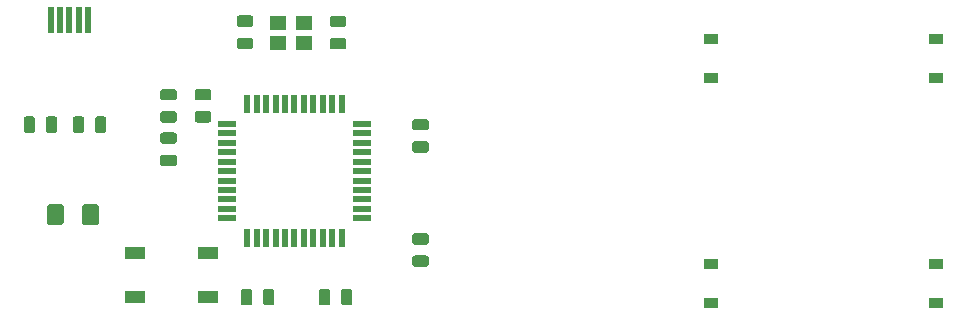
<source format=gbr>
G04 #@! TF.GenerationSoftware,KiCad,Pcbnew,5.1.5*
G04 #@! TF.CreationDate,2020-05-13T22:07:09+08:00*
G04 #@! TF.ProjectId,Balisong,42616c69-736f-46e6-972e-6b696361645f,rev?*
G04 #@! TF.SameCoordinates,Original*
G04 #@! TF.FileFunction,Paste,Bot*
G04 #@! TF.FilePolarity,Positive*
%FSLAX46Y46*%
G04 Gerber Fmt 4.6, Leading zero omitted, Abs format (unit mm)*
G04 Created by KiCad (PCBNEW 5.1.5) date 2020-05-13 22:07:09*
%MOMM*%
%LPD*%
G04 APERTURE LIST*
%ADD10R,1.400000X1.200000*%
%ADD11R,0.500000X2.250000*%
%ADD12R,0.550000X1.500000*%
%ADD13R,1.500000X0.550000*%
%ADD14R,1.800000X1.100000*%
%ADD15C,0.100000*%
%ADD16R,1.200000X0.900000*%
G04 APERTURE END LIST*
D10*
X56048000Y-60452000D03*
X53848000Y-60452000D03*
X53848000Y-62152000D03*
X56048000Y-62152000D03*
D11*
X34595000Y-60253000D03*
X35395000Y-60253000D03*
X36195000Y-60253000D03*
X36995000Y-60253000D03*
X37795000Y-60253000D03*
D12*
X51245000Y-78725000D03*
X52045000Y-78725000D03*
X52845000Y-78725000D03*
X53645000Y-78725000D03*
X54445000Y-78725000D03*
X55245000Y-78725000D03*
X56045000Y-78725000D03*
X56845000Y-78725000D03*
X57645000Y-78725000D03*
X58445000Y-78725000D03*
X59245000Y-78725000D03*
D13*
X60945000Y-77025000D03*
X60945000Y-76225000D03*
X60945000Y-75425000D03*
X60945000Y-74625000D03*
X60945000Y-73825000D03*
X60945000Y-73025000D03*
X60945000Y-72225000D03*
X60945000Y-71425000D03*
X60945000Y-70625000D03*
X60945000Y-69825000D03*
X60945000Y-69025000D03*
D12*
X59245000Y-67325000D03*
X58445000Y-67325000D03*
X57645000Y-67325000D03*
X56845000Y-67325000D03*
X56045000Y-67325000D03*
X55245000Y-67325000D03*
X54445000Y-67325000D03*
X53645000Y-67325000D03*
X52845000Y-67325000D03*
X52045000Y-67325000D03*
X51245000Y-67325000D03*
D13*
X49545000Y-69025000D03*
X49545000Y-69825000D03*
X49545000Y-70625000D03*
X49545000Y-71425000D03*
X49545000Y-72225000D03*
X49545000Y-73025000D03*
X49545000Y-73825000D03*
X49545000Y-74625000D03*
X49545000Y-75425000D03*
X49545000Y-76225000D03*
X49545000Y-77025000D03*
D14*
X47931000Y-83638000D03*
X41731000Y-79938000D03*
X47931000Y-79938000D03*
X41731000Y-83638000D03*
D15*
G36*
X47978142Y-66061674D02*
G01*
X48001803Y-66065184D01*
X48025007Y-66070996D01*
X48047529Y-66079054D01*
X48069153Y-66089282D01*
X48089670Y-66101579D01*
X48108883Y-66115829D01*
X48126607Y-66131893D01*
X48142671Y-66149617D01*
X48156921Y-66168830D01*
X48169218Y-66189347D01*
X48179446Y-66210971D01*
X48187504Y-66233493D01*
X48193316Y-66256697D01*
X48196826Y-66280358D01*
X48198000Y-66304250D01*
X48198000Y-66791750D01*
X48196826Y-66815642D01*
X48193316Y-66839303D01*
X48187504Y-66862507D01*
X48179446Y-66885029D01*
X48169218Y-66906653D01*
X48156921Y-66927170D01*
X48142671Y-66946383D01*
X48126607Y-66964107D01*
X48108883Y-66980171D01*
X48089670Y-66994421D01*
X48069153Y-67006718D01*
X48047529Y-67016946D01*
X48025007Y-67025004D01*
X48001803Y-67030816D01*
X47978142Y-67034326D01*
X47954250Y-67035500D01*
X47041750Y-67035500D01*
X47017858Y-67034326D01*
X46994197Y-67030816D01*
X46970993Y-67025004D01*
X46948471Y-67016946D01*
X46926847Y-67006718D01*
X46906330Y-66994421D01*
X46887117Y-66980171D01*
X46869393Y-66964107D01*
X46853329Y-66946383D01*
X46839079Y-66927170D01*
X46826782Y-66906653D01*
X46816554Y-66885029D01*
X46808496Y-66862507D01*
X46802684Y-66839303D01*
X46799174Y-66815642D01*
X46798000Y-66791750D01*
X46798000Y-66304250D01*
X46799174Y-66280358D01*
X46802684Y-66256697D01*
X46808496Y-66233493D01*
X46816554Y-66210971D01*
X46826782Y-66189347D01*
X46839079Y-66168830D01*
X46853329Y-66149617D01*
X46869393Y-66131893D01*
X46887117Y-66115829D01*
X46906330Y-66101579D01*
X46926847Y-66089282D01*
X46948471Y-66079054D01*
X46970993Y-66070996D01*
X46994197Y-66065184D01*
X47017858Y-66061674D01*
X47041750Y-66060500D01*
X47954250Y-66060500D01*
X47978142Y-66061674D01*
G37*
G36*
X47978142Y-67936674D02*
G01*
X48001803Y-67940184D01*
X48025007Y-67945996D01*
X48047529Y-67954054D01*
X48069153Y-67964282D01*
X48089670Y-67976579D01*
X48108883Y-67990829D01*
X48126607Y-68006893D01*
X48142671Y-68024617D01*
X48156921Y-68043830D01*
X48169218Y-68064347D01*
X48179446Y-68085971D01*
X48187504Y-68108493D01*
X48193316Y-68131697D01*
X48196826Y-68155358D01*
X48198000Y-68179250D01*
X48198000Y-68666750D01*
X48196826Y-68690642D01*
X48193316Y-68714303D01*
X48187504Y-68737507D01*
X48179446Y-68760029D01*
X48169218Y-68781653D01*
X48156921Y-68802170D01*
X48142671Y-68821383D01*
X48126607Y-68839107D01*
X48108883Y-68855171D01*
X48089670Y-68869421D01*
X48069153Y-68881718D01*
X48047529Y-68891946D01*
X48025007Y-68900004D01*
X48001803Y-68905816D01*
X47978142Y-68909326D01*
X47954250Y-68910500D01*
X47041750Y-68910500D01*
X47017858Y-68909326D01*
X46994197Y-68905816D01*
X46970993Y-68900004D01*
X46948471Y-68891946D01*
X46926847Y-68881718D01*
X46906330Y-68869421D01*
X46887117Y-68855171D01*
X46869393Y-68839107D01*
X46853329Y-68821383D01*
X46839079Y-68802170D01*
X46826782Y-68781653D01*
X46816554Y-68760029D01*
X46808496Y-68737507D01*
X46802684Y-68714303D01*
X46799174Y-68690642D01*
X46798000Y-68666750D01*
X46798000Y-68179250D01*
X46799174Y-68155358D01*
X46802684Y-68131697D01*
X46808496Y-68108493D01*
X46816554Y-68085971D01*
X46826782Y-68064347D01*
X46839079Y-68043830D01*
X46853329Y-68024617D01*
X46869393Y-68006893D01*
X46887117Y-67990829D01*
X46906330Y-67976579D01*
X46926847Y-67964282D01*
X46948471Y-67954054D01*
X46970993Y-67945996D01*
X46994197Y-67940184D01*
X47017858Y-67936674D01*
X47041750Y-67935500D01*
X47954250Y-67935500D01*
X47978142Y-67936674D01*
G37*
G36*
X37224642Y-68389174D02*
G01*
X37248303Y-68392684D01*
X37271507Y-68398496D01*
X37294029Y-68406554D01*
X37315653Y-68416782D01*
X37336170Y-68429079D01*
X37355383Y-68443329D01*
X37373107Y-68459393D01*
X37389171Y-68477117D01*
X37403421Y-68496330D01*
X37415718Y-68516847D01*
X37425946Y-68538471D01*
X37434004Y-68560993D01*
X37439816Y-68584197D01*
X37443326Y-68607858D01*
X37444500Y-68631750D01*
X37444500Y-69544250D01*
X37443326Y-69568142D01*
X37439816Y-69591803D01*
X37434004Y-69615007D01*
X37425946Y-69637529D01*
X37415718Y-69659153D01*
X37403421Y-69679670D01*
X37389171Y-69698883D01*
X37373107Y-69716607D01*
X37355383Y-69732671D01*
X37336170Y-69746921D01*
X37315653Y-69759218D01*
X37294029Y-69769446D01*
X37271507Y-69777504D01*
X37248303Y-69783316D01*
X37224642Y-69786826D01*
X37200750Y-69788000D01*
X36713250Y-69788000D01*
X36689358Y-69786826D01*
X36665697Y-69783316D01*
X36642493Y-69777504D01*
X36619971Y-69769446D01*
X36598347Y-69759218D01*
X36577830Y-69746921D01*
X36558617Y-69732671D01*
X36540893Y-69716607D01*
X36524829Y-69698883D01*
X36510579Y-69679670D01*
X36498282Y-69659153D01*
X36488054Y-69637529D01*
X36479996Y-69615007D01*
X36474184Y-69591803D01*
X36470674Y-69568142D01*
X36469500Y-69544250D01*
X36469500Y-68631750D01*
X36470674Y-68607858D01*
X36474184Y-68584197D01*
X36479996Y-68560993D01*
X36488054Y-68538471D01*
X36498282Y-68516847D01*
X36510579Y-68496330D01*
X36524829Y-68477117D01*
X36540893Y-68459393D01*
X36558617Y-68443329D01*
X36577830Y-68429079D01*
X36598347Y-68416782D01*
X36619971Y-68406554D01*
X36642493Y-68398496D01*
X36665697Y-68392684D01*
X36689358Y-68389174D01*
X36713250Y-68388000D01*
X37200750Y-68388000D01*
X37224642Y-68389174D01*
G37*
G36*
X39099642Y-68389174D02*
G01*
X39123303Y-68392684D01*
X39146507Y-68398496D01*
X39169029Y-68406554D01*
X39190653Y-68416782D01*
X39211170Y-68429079D01*
X39230383Y-68443329D01*
X39248107Y-68459393D01*
X39264171Y-68477117D01*
X39278421Y-68496330D01*
X39290718Y-68516847D01*
X39300946Y-68538471D01*
X39309004Y-68560993D01*
X39314816Y-68584197D01*
X39318326Y-68607858D01*
X39319500Y-68631750D01*
X39319500Y-69544250D01*
X39318326Y-69568142D01*
X39314816Y-69591803D01*
X39309004Y-69615007D01*
X39300946Y-69637529D01*
X39290718Y-69659153D01*
X39278421Y-69679670D01*
X39264171Y-69698883D01*
X39248107Y-69716607D01*
X39230383Y-69732671D01*
X39211170Y-69746921D01*
X39190653Y-69759218D01*
X39169029Y-69769446D01*
X39146507Y-69777504D01*
X39123303Y-69783316D01*
X39099642Y-69786826D01*
X39075750Y-69788000D01*
X38588250Y-69788000D01*
X38564358Y-69786826D01*
X38540697Y-69783316D01*
X38517493Y-69777504D01*
X38494971Y-69769446D01*
X38473347Y-69759218D01*
X38452830Y-69746921D01*
X38433617Y-69732671D01*
X38415893Y-69716607D01*
X38399829Y-69698883D01*
X38385579Y-69679670D01*
X38373282Y-69659153D01*
X38363054Y-69637529D01*
X38354996Y-69615007D01*
X38349184Y-69591803D01*
X38345674Y-69568142D01*
X38344500Y-69544250D01*
X38344500Y-68631750D01*
X38345674Y-68607858D01*
X38349184Y-68584197D01*
X38354996Y-68560993D01*
X38363054Y-68538471D01*
X38373282Y-68516847D01*
X38385579Y-68496330D01*
X38399829Y-68477117D01*
X38415893Y-68459393D01*
X38433617Y-68443329D01*
X38452830Y-68429079D01*
X38473347Y-68416782D01*
X38494971Y-68406554D01*
X38517493Y-68398496D01*
X38540697Y-68392684D01*
X38564358Y-68389174D01*
X38588250Y-68388000D01*
X39075750Y-68388000D01*
X39099642Y-68389174D01*
G37*
G36*
X34938642Y-68389174D02*
G01*
X34962303Y-68392684D01*
X34985507Y-68398496D01*
X35008029Y-68406554D01*
X35029653Y-68416782D01*
X35050170Y-68429079D01*
X35069383Y-68443329D01*
X35087107Y-68459393D01*
X35103171Y-68477117D01*
X35117421Y-68496330D01*
X35129718Y-68516847D01*
X35139946Y-68538471D01*
X35148004Y-68560993D01*
X35153816Y-68584197D01*
X35157326Y-68607858D01*
X35158500Y-68631750D01*
X35158500Y-69544250D01*
X35157326Y-69568142D01*
X35153816Y-69591803D01*
X35148004Y-69615007D01*
X35139946Y-69637529D01*
X35129718Y-69659153D01*
X35117421Y-69679670D01*
X35103171Y-69698883D01*
X35087107Y-69716607D01*
X35069383Y-69732671D01*
X35050170Y-69746921D01*
X35029653Y-69759218D01*
X35008029Y-69769446D01*
X34985507Y-69777504D01*
X34962303Y-69783316D01*
X34938642Y-69786826D01*
X34914750Y-69788000D01*
X34427250Y-69788000D01*
X34403358Y-69786826D01*
X34379697Y-69783316D01*
X34356493Y-69777504D01*
X34333971Y-69769446D01*
X34312347Y-69759218D01*
X34291830Y-69746921D01*
X34272617Y-69732671D01*
X34254893Y-69716607D01*
X34238829Y-69698883D01*
X34224579Y-69679670D01*
X34212282Y-69659153D01*
X34202054Y-69637529D01*
X34193996Y-69615007D01*
X34188184Y-69591803D01*
X34184674Y-69568142D01*
X34183500Y-69544250D01*
X34183500Y-68631750D01*
X34184674Y-68607858D01*
X34188184Y-68584197D01*
X34193996Y-68560993D01*
X34202054Y-68538471D01*
X34212282Y-68516847D01*
X34224579Y-68496330D01*
X34238829Y-68477117D01*
X34254893Y-68459393D01*
X34272617Y-68443329D01*
X34291830Y-68429079D01*
X34312347Y-68416782D01*
X34333971Y-68406554D01*
X34356493Y-68398496D01*
X34379697Y-68392684D01*
X34403358Y-68389174D01*
X34427250Y-68388000D01*
X34914750Y-68388000D01*
X34938642Y-68389174D01*
G37*
G36*
X33063642Y-68389174D02*
G01*
X33087303Y-68392684D01*
X33110507Y-68398496D01*
X33133029Y-68406554D01*
X33154653Y-68416782D01*
X33175170Y-68429079D01*
X33194383Y-68443329D01*
X33212107Y-68459393D01*
X33228171Y-68477117D01*
X33242421Y-68496330D01*
X33254718Y-68516847D01*
X33264946Y-68538471D01*
X33273004Y-68560993D01*
X33278816Y-68584197D01*
X33282326Y-68607858D01*
X33283500Y-68631750D01*
X33283500Y-69544250D01*
X33282326Y-69568142D01*
X33278816Y-69591803D01*
X33273004Y-69615007D01*
X33264946Y-69637529D01*
X33254718Y-69659153D01*
X33242421Y-69679670D01*
X33228171Y-69698883D01*
X33212107Y-69716607D01*
X33194383Y-69732671D01*
X33175170Y-69746921D01*
X33154653Y-69759218D01*
X33133029Y-69769446D01*
X33110507Y-69777504D01*
X33087303Y-69783316D01*
X33063642Y-69786826D01*
X33039750Y-69788000D01*
X32552250Y-69788000D01*
X32528358Y-69786826D01*
X32504697Y-69783316D01*
X32481493Y-69777504D01*
X32458971Y-69769446D01*
X32437347Y-69759218D01*
X32416830Y-69746921D01*
X32397617Y-69732671D01*
X32379893Y-69716607D01*
X32363829Y-69698883D01*
X32349579Y-69679670D01*
X32337282Y-69659153D01*
X32327054Y-69637529D01*
X32318996Y-69615007D01*
X32313184Y-69591803D01*
X32309674Y-69568142D01*
X32308500Y-69544250D01*
X32308500Y-68631750D01*
X32309674Y-68607858D01*
X32313184Y-68584197D01*
X32318996Y-68560993D01*
X32327054Y-68538471D01*
X32337282Y-68516847D01*
X32349579Y-68496330D01*
X32363829Y-68477117D01*
X32379893Y-68459393D01*
X32397617Y-68443329D01*
X32416830Y-68429079D01*
X32437347Y-68416782D01*
X32458971Y-68406554D01*
X32481493Y-68398496D01*
X32504697Y-68392684D01*
X32528358Y-68389174D01*
X32552250Y-68388000D01*
X33039750Y-68388000D01*
X33063642Y-68389174D01*
G37*
G36*
X66393142Y-80158674D02*
G01*
X66416803Y-80162184D01*
X66440007Y-80167996D01*
X66462529Y-80176054D01*
X66484153Y-80186282D01*
X66504670Y-80198579D01*
X66523883Y-80212829D01*
X66541607Y-80228893D01*
X66557671Y-80246617D01*
X66571921Y-80265830D01*
X66584218Y-80286347D01*
X66594446Y-80307971D01*
X66602504Y-80330493D01*
X66608316Y-80353697D01*
X66611826Y-80377358D01*
X66613000Y-80401250D01*
X66613000Y-80888750D01*
X66611826Y-80912642D01*
X66608316Y-80936303D01*
X66602504Y-80959507D01*
X66594446Y-80982029D01*
X66584218Y-81003653D01*
X66571921Y-81024170D01*
X66557671Y-81043383D01*
X66541607Y-81061107D01*
X66523883Y-81077171D01*
X66504670Y-81091421D01*
X66484153Y-81103718D01*
X66462529Y-81113946D01*
X66440007Y-81122004D01*
X66416803Y-81127816D01*
X66393142Y-81131326D01*
X66369250Y-81132500D01*
X65456750Y-81132500D01*
X65432858Y-81131326D01*
X65409197Y-81127816D01*
X65385993Y-81122004D01*
X65363471Y-81113946D01*
X65341847Y-81103718D01*
X65321330Y-81091421D01*
X65302117Y-81077171D01*
X65284393Y-81061107D01*
X65268329Y-81043383D01*
X65254079Y-81024170D01*
X65241782Y-81003653D01*
X65231554Y-80982029D01*
X65223496Y-80959507D01*
X65217684Y-80936303D01*
X65214174Y-80912642D01*
X65213000Y-80888750D01*
X65213000Y-80401250D01*
X65214174Y-80377358D01*
X65217684Y-80353697D01*
X65223496Y-80330493D01*
X65231554Y-80307971D01*
X65241782Y-80286347D01*
X65254079Y-80265830D01*
X65268329Y-80246617D01*
X65284393Y-80228893D01*
X65302117Y-80212829D01*
X65321330Y-80198579D01*
X65341847Y-80186282D01*
X65363471Y-80176054D01*
X65385993Y-80167996D01*
X65409197Y-80162184D01*
X65432858Y-80158674D01*
X65456750Y-80157500D01*
X66369250Y-80157500D01*
X66393142Y-80158674D01*
G37*
G36*
X66393142Y-78283674D02*
G01*
X66416803Y-78287184D01*
X66440007Y-78292996D01*
X66462529Y-78301054D01*
X66484153Y-78311282D01*
X66504670Y-78323579D01*
X66523883Y-78337829D01*
X66541607Y-78353893D01*
X66557671Y-78371617D01*
X66571921Y-78390830D01*
X66584218Y-78411347D01*
X66594446Y-78432971D01*
X66602504Y-78455493D01*
X66608316Y-78478697D01*
X66611826Y-78502358D01*
X66613000Y-78526250D01*
X66613000Y-79013750D01*
X66611826Y-79037642D01*
X66608316Y-79061303D01*
X66602504Y-79084507D01*
X66594446Y-79107029D01*
X66584218Y-79128653D01*
X66571921Y-79149170D01*
X66557671Y-79168383D01*
X66541607Y-79186107D01*
X66523883Y-79202171D01*
X66504670Y-79216421D01*
X66484153Y-79228718D01*
X66462529Y-79238946D01*
X66440007Y-79247004D01*
X66416803Y-79252816D01*
X66393142Y-79256326D01*
X66369250Y-79257500D01*
X65456750Y-79257500D01*
X65432858Y-79256326D01*
X65409197Y-79252816D01*
X65385993Y-79247004D01*
X65363471Y-79238946D01*
X65341847Y-79228718D01*
X65321330Y-79216421D01*
X65302117Y-79202171D01*
X65284393Y-79186107D01*
X65268329Y-79168383D01*
X65254079Y-79149170D01*
X65241782Y-79128653D01*
X65231554Y-79107029D01*
X65223496Y-79084507D01*
X65217684Y-79061303D01*
X65214174Y-79037642D01*
X65213000Y-79013750D01*
X65213000Y-78526250D01*
X65214174Y-78502358D01*
X65217684Y-78478697D01*
X65223496Y-78455493D01*
X65231554Y-78432971D01*
X65241782Y-78411347D01*
X65254079Y-78390830D01*
X65268329Y-78371617D01*
X65284393Y-78353893D01*
X65302117Y-78337829D01*
X65321330Y-78323579D01*
X65341847Y-78311282D01*
X65363471Y-78301054D01*
X65385993Y-78292996D01*
X65409197Y-78287184D01*
X65432858Y-78283674D01*
X65456750Y-78282500D01*
X66369250Y-78282500D01*
X66393142Y-78283674D01*
G37*
G36*
X38460004Y-75834204D02*
G01*
X38484273Y-75837804D01*
X38508071Y-75843765D01*
X38531171Y-75852030D01*
X38553349Y-75862520D01*
X38574393Y-75875133D01*
X38594098Y-75889747D01*
X38612277Y-75906223D01*
X38628753Y-75924402D01*
X38643367Y-75944107D01*
X38655980Y-75965151D01*
X38666470Y-75987329D01*
X38674735Y-76010429D01*
X38680696Y-76034227D01*
X38684296Y-76058496D01*
X38685500Y-76083000D01*
X38685500Y-77333000D01*
X38684296Y-77357504D01*
X38680696Y-77381773D01*
X38674735Y-77405571D01*
X38666470Y-77428671D01*
X38655980Y-77450849D01*
X38643367Y-77471893D01*
X38628753Y-77491598D01*
X38612277Y-77509777D01*
X38594098Y-77526253D01*
X38574393Y-77540867D01*
X38553349Y-77553480D01*
X38531171Y-77563970D01*
X38508071Y-77572235D01*
X38484273Y-77578196D01*
X38460004Y-77581796D01*
X38435500Y-77583000D01*
X37510500Y-77583000D01*
X37485996Y-77581796D01*
X37461727Y-77578196D01*
X37437929Y-77572235D01*
X37414829Y-77563970D01*
X37392651Y-77553480D01*
X37371607Y-77540867D01*
X37351902Y-77526253D01*
X37333723Y-77509777D01*
X37317247Y-77491598D01*
X37302633Y-77471893D01*
X37290020Y-77450849D01*
X37279530Y-77428671D01*
X37271265Y-77405571D01*
X37265304Y-77381773D01*
X37261704Y-77357504D01*
X37260500Y-77333000D01*
X37260500Y-76083000D01*
X37261704Y-76058496D01*
X37265304Y-76034227D01*
X37271265Y-76010429D01*
X37279530Y-75987329D01*
X37290020Y-75965151D01*
X37302633Y-75944107D01*
X37317247Y-75924402D01*
X37333723Y-75906223D01*
X37351902Y-75889747D01*
X37371607Y-75875133D01*
X37392651Y-75862520D01*
X37414829Y-75852030D01*
X37437929Y-75843765D01*
X37461727Y-75837804D01*
X37485996Y-75834204D01*
X37510500Y-75833000D01*
X38435500Y-75833000D01*
X38460004Y-75834204D01*
G37*
G36*
X35485004Y-75834204D02*
G01*
X35509273Y-75837804D01*
X35533071Y-75843765D01*
X35556171Y-75852030D01*
X35578349Y-75862520D01*
X35599393Y-75875133D01*
X35619098Y-75889747D01*
X35637277Y-75906223D01*
X35653753Y-75924402D01*
X35668367Y-75944107D01*
X35680980Y-75965151D01*
X35691470Y-75987329D01*
X35699735Y-76010429D01*
X35705696Y-76034227D01*
X35709296Y-76058496D01*
X35710500Y-76083000D01*
X35710500Y-77333000D01*
X35709296Y-77357504D01*
X35705696Y-77381773D01*
X35699735Y-77405571D01*
X35691470Y-77428671D01*
X35680980Y-77450849D01*
X35668367Y-77471893D01*
X35653753Y-77491598D01*
X35637277Y-77509777D01*
X35619098Y-77526253D01*
X35599393Y-77540867D01*
X35578349Y-77553480D01*
X35556171Y-77563970D01*
X35533071Y-77572235D01*
X35509273Y-77578196D01*
X35485004Y-77581796D01*
X35460500Y-77583000D01*
X34535500Y-77583000D01*
X34510996Y-77581796D01*
X34486727Y-77578196D01*
X34462929Y-77572235D01*
X34439829Y-77563970D01*
X34417651Y-77553480D01*
X34396607Y-77540867D01*
X34376902Y-77526253D01*
X34358723Y-77509777D01*
X34342247Y-77491598D01*
X34327633Y-77471893D01*
X34315020Y-77450849D01*
X34304530Y-77428671D01*
X34296265Y-77405571D01*
X34290304Y-77381773D01*
X34286704Y-77357504D01*
X34285500Y-77333000D01*
X34285500Y-76083000D01*
X34286704Y-76058496D01*
X34290304Y-76034227D01*
X34296265Y-76010429D01*
X34304530Y-75987329D01*
X34315020Y-75965151D01*
X34327633Y-75944107D01*
X34342247Y-75924402D01*
X34358723Y-75906223D01*
X34376902Y-75889747D01*
X34396607Y-75875133D01*
X34417651Y-75862520D01*
X34439829Y-75852030D01*
X34462929Y-75843765D01*
X34486727Y-75837804D01*
X34510996Y-75834204D01*
X34535500Y-75833000D01*
X35460500Y-75833000D01*
X35485004Y-75834204D01*
G37*
D16*
X109537500Y-80900000D03*
X109537500Y-84200000D03*
X109537500Y-61850000D03*
X109537500Y-65150000D03*
X90487500Y-80900000D03*
X90487500Y-84200000D03*
X90487500Y-61850000D03*
X90487500Y-65150000D03*
D15*
G36*
X45057142Y-67936674D02*
G01*
X45080803Y-67940184D01*
X45104007Y-67945996D01*
X45126529Y-67954054D01*
X45148153Y-67964282D01*
X45168670Y-67976579D01*
X45187883Y-67990829D01*
X45205607Y-68006893D01*
X45221671Y-68024617D01*
X45235921Y-68043830D01*
X45248218Y-68064347D01*
X45258446Y-68085971D01*
X45266504Y-68108493D01*
X45272316Y-68131697D01*
X45275826Y-68155358D01*
X45277000Y-68179250D01*
X45277000Y-68666750D01*
X45275826Y-68690642D01*
X45272316Y-68714303D01*
X45266504Y-68737507D01*
X45258446Y-68760029D01*
X45248218Y-68781653D01*
X45235921Y-68802170D01*
X45221671Y-68821383D01*
X45205607Y-68839107D01*
X45187883Y-68855171D01*
X45168670Y-68869421D01*
X45148153Y-68881718D01*
X45126529Y-68891946D01*
X45104007Y-68900004D01*
X45080803Y-68905816D01*
X45057142Y-68909326D01*
X45033250Y-68910500D01*
X44120750Y-68910500D01*
X44096858Y-68909326D01*
X44073197Y-68905816D01*
X44049993Y-68900004D01*
X44027471Y-68891946D01*
X44005847Y-68881718D01*
X43985330Y-68869421D01*
X43966117Y-68855171D01*
X43948393Y-68839107D01*
X43932329Y-68821383D01*
X43918079Y-68802170D01*
X43905782Y-68781653D01*
X43895554Y-68760029D01*
X43887496Y-68737507D01*
X43881684Y-68714303D01*
X43878174Y-68690642D01*
X43877000Y-68666750D01*
X43877000Y-68179250D01*
X43878174Y-68155358D01*
X43881684Y-68131697D01*
X43887496Y-68108493D01*
X43895554Y-68085971D01*
X43905782Y-68064347D01*
X43918079Y-68043830D01*
X43932329Y-68024617D01*
X43948393Y-68006893D01*
X43966117Y-67990829D01*
X43985330Y-67976579D01*
X44005847Y-67964282D01*
X44027471Y-67954054D01*
X44049993Y-67945996D01*
X44073197Y-67940184D01*
X44096858Y-67936674D01*
X44120750Y-67935500D01*
X45033250Y-67935500D01*
X45057142Y-67936674D01*
G37*
G36*
X45057142Y-66061674D02*
G01*
X45080803Y-66065184D01*
X45104007Y-66070996D01*
X45126529Y-66079054D01*
X45148153Y-66089282D01*
X45168670Y-66101579D01*
X45187883Y-66115829D01*
X45205607Y-66131893D01*
X45221671Y-66149617D01*
X45235921Y-66168830D01*
X45248218Y-66189347D01*
X45258446Y-66210971D01*
X45266504Y-66233493D01*
X45272316Y-66256697D01*
X45275826Y-66280358D01*
X45277000Y-66304250D01*
X45277000Y-66791750D01*
X45275826Y-66815642D01*
X45272316Y-66839303D01*
X45266504Y-66862507D01*
X45258446Y-66885029D01*
X45248218Y-66906653D01*
X45235921Y-66927170D01*
X45221671Y-66946383D01*
X45205607Y-66964107D01*
X45187883Y-66980171D01*
X45168670Y-66994421D01*
X45148153Y-67006718D01*
X45126529Y-67016946D01*
X45104007Y-67025004D01*
X45080803Y-67030816D01*
X45057142Y-67034326D01*
X45033250Y-67035500D01*
X44120750Y-67035500D01*
X44096858Y-67034326D01*
X44073197Y-67030816D01*
X44049993Y-67025004D01*
X44027471Y-67016946D01*
X44005847Y-67006718D01*
X43985330Y-66994421D01*
X43966117Y-66980171D01*
X43948393Y-66964107D01*
X43932329Y-66946383D01*
X43918079Y-66927170D01*
X43905782Y-66906653D01*
X43895554Y-66885029D01*
X43887496Y-66862507D01*
X43881684Y-66839303D01*
X43878174Y-66815642D01*
X43877000Y-66791750D01*
X43877000Y-66304250D01*
X43878174Y-66280358D01*
X43881684Y-66256697D01*
X43887496Y-66233493D01*
X43895554Y-66210971D01*
X43905782Y-66189347D01*
X43918079Y-66168830D01*
X43932329Y-66149617D01*
X43948393Y-66131893D01*
X43966117Y-66115829D01*
X43985330Y-66101579D01*
X44005847Y-66089282D01*
X44027471Y-66079054D01*
X44049993Y-66070996D01*
X44073197Y-66065184D01*
X44096858Y-66061674D01*
X44120750Y-66060500D01*
X45033250Y-66060500D01*
X45057142Y-66061674D01*
G37*
G36*
X53323642Y-82994174D02*
G01*
X53347303Y-82997684D01*
X53370507Y-83003496D01*
X53393029Y-83011554D01*
X53414653Y-83021782D01*
X53435170Y-83034079D01*
X53454383Y-83048329D01*
X53472107Y-83064393D01*
X53488171Y-83082117D01*
X53502421Y-83101330D01*
X53514718Y-83121847D01*
X53524946Y-83143471D01*
X53533004Y-83165993D01*
X53538816Y-83189197D01*
X53542326Y-83212858D01*
X53543500Y-83236750D01*
X53543500Y-84149250D01*
X53542326Y-84173142D01*
X53538816Y-84196803D01*
X53533004Y-84220007D01*
X53524946Y-84242529D01*
X53514718Y-84264153D01*
X53502421Y-84284670D01*
X53488171Y-84303883D01*
X53472107Y-84321607D01*
X53454383Y-84337671D01*
X53435170Y-84351921D01*
X53414653Y-84364218D01*
X53393029Y-84374446D01*
X53370507Y-84382504D01*
X53347303Y-84388316D01*
X53323642Y-84391826D01*
X53299750Y-84393000D01*
X52812250Y-84393000D01*
X52788358Y-84391826D01*
X52764697Y-84388316D01*
X52741493Y-84382504D01*
X52718971Y-84374446D01*
X52697347Y-84364218D01*
X52676830Y-84351921D01*
X52657617Y-84337671D01*
X52639893Y-84321607D01*
X52623829Y-84303883D01*
X52609579Y-84284670D01*
X52597282Y-84264153D01*
X52587054Y-84242529D01*
X52578996Y-84220007D01*
X52573184Y-84196803D01*
X52569674Y-84173142D01*
X52568500Y-84149250D01*
X52568500Y-83236750D01*
X52569674Y-83212858D01*
X52573184Y-83189197D01*
X52578996Y-83165993D01*
X52587054Y-83143471D01*
X52597282Y-83121847D01*
X52609579Y-83101330D01*
X52623829Y-83082117D01*
X52639893Y-83064393D01*
X52657617Y-83048329D01*
X52676830Y-83034079D01*
X52697347Y-83021782D01*
X52718971Y-83011554D01*
X52741493Y-83003496D01*
X52764697Y-82997684D01*
X52788358Y-82994174D01*
X52812250Y-82993000D01*
X53299750Y-82993000D01*
X53323642Y-82994174D01*
G37*
G36*
X51448642Y-82994174D02*
G01*
X51472303Y-82997684D01*
X51495507Y-83003496D01*
X51518029Y-83011554D01*
X51539653Y-83021782D01*
X51560170Y-83034079D01*
X51579383Y-83048329D01*
X51597107Y-83064393D01*
X51613171Y-83082117D01*
X51627421Y-83101330D01*
X51639718Y-83121847D01*
X51649946Y-83143471D01*
X51658004Y-83165993D01*
X51663816Y-83189197D01*
X51667326Y-83212858D01*
X51668500Y-83236750D01*
X51668500Y-84149250D01*
X51667326Y-84173142D01*
X51663816Y-84196803D01*
X51658004Y-84220007D01*
X51649946Y-84242529D01*
X51639718Y-84264153D01*
X51627421Y-84284670D01*
X51613171Y-84303883D01*
X51597107Y-84321607D01*
X51579383Y-84337671D01*
X51560170Y-84351921D01*
X51539653Y-84364218D01*
X51518029Y-84374446D01*
X51495507Y-84382504D01*
X51472303Y-84388316D01*
X51448642Y-84391826D01*
X51424750Y-84393000D01*
X50937250Y-84393000D01*
X50913358Y-84391826D01*
X50889697Y-84388316D01*
X50866493Y-84382504D01*
X50843971Y-84374446D01*
X50822347Y-84364218D01*
X50801830Y-84351921D01*
X50782617Y-84337671D01*
X50764893Y-84321607D01*
X50748829Y-84303883D01*
X50734579Y-84284670D01*
X50722282Y-84264153D01*
X50712054Y-84242529D01*
X50703996Y-84220007D01*
X50698184Y-84196803D01*
X50694674Y-84173142D01*
X50693500Y-84149250D01*
X50693500Y-83236750D01*
X50694674Y-83212858D01*
X50698184Y-83189197D01*
X50703996Y-83165993D01*
X50712054Y-83143471D01*
X50722282Y-83121847D01*
X50734579Y-83101330D01*
X50748829Y-83082117D01*
X50764893Y-83064393D01*
X50782617Y-83048329D01*
X50801830Y-83034079D01*
X50822347Y-83021782D01*
X50843971Y-83011554D01*
X50866493Y-83003496D01*
X50889697Y-82997684D01*
X50913358Y-82994174D01*
X50937250Y-82993000D01*
X51424750Y-82993000D01*
X51448642Y-82994174D01*
G37*
G36*
X51534142Y-59838674D02*
G01*
X51557803Y-59842184D01*
X51581007Y-59847996D01*
X51603529Y-59856054D01*
X51625153Y-59866282D01*
X51645670Y-59878579D01*
X51664883Y-59892829D01*
X51682607Y-59908893D01*
X51698671Y-59926617D01*
X51712921Y-59945830D01*
X51725218Y-59966347D01*
X51735446Y-59987971D01*
X51743504Y-60010493D01*
X51749316Y-60033697D01*
X51752826Y-60057358D01*
X51754000Y-60081250D01*
X51754000Y-60568750D01*
X51752826Y-60592642D01*
X51749316Y-60616303D01*
X51743504Y-60639507D01*
X51735446Y-60662029D01*
X51725218Y-60683653D01*
X51712921Y-60704170D01*
X51698671Y-60723383D01*
X51682607Y-60741107D01*
X51664883Y-60757171D01*
X51645670Y-60771421D01*
X51625153Y-60783718D01*
X51603529Y-60793946D01*
X51581007Y-60802004D01*
X51557803Y-60807816D01*
X51534142Y-60811326D01*
X51510250Y-60812500D01*
X50597750Y-60812500D01*
X50573858Y-60811326D01*
X50550197Y-60807816D01*
X50526993Y-60802004D01*
X50504471Y-60793946D01*
X50482847Y-60783718D01*
X50462330Y-60771421D01*
X50443117Y-60757171D01*
X50425393Y-60741107D01*
X50409329Y-60723383D01*
X50395079Y-60704170D01*
X50382782Y-60683653D01*
X50372554Y-60662029D01*
X50364496Y-60639507D01*
X50358684Y-60616303D01*
X50355174Y-60592642D01*
X50354000Y-60568750D01*
X50354000Y-60081250D01*
X50355174Y-60057358D01*
X50358684Y-60033697D01*
X50364496Y-60010493D01*
X50372554Y-59987971D01*
X50382782Y-59966347D01*
X50395079Y-59945830D01*
X50409329Y-59926617D01*
X50425393Y-59908893D01*
X50443117Y-59892829D01*
X50462330Y-59878579D01*
X50482847Y-59866282D01*
X50504471Y-59856054D01*
X50526993Y-59847996D01*
X50550197Y-59842184D01*
X50573858Y-59838674D01*
X50597750Y-59837500D01*
X51510250Y-59837500D01*
X51534142Y-59838674D01*
G37*
G36*
X51534142Y-61713674D02*
G01*
X51557803Y-61717184D01*
X51581007Y-61722996D01*
X51603529Y-61731054D01*
X51625153Y-61741282D01*
X51645670Y-61753579D01*
X51664883Y-61767829D01*
X51682607Y-61783893D01*
X51698671Y-61801617D01*
X51712921Y-61820830D01*
X51725218Y-61841347D01*
X51735446Y-61862971D01*
X51743504Y-61885493D01*
X51749316Y-61908697D01*
X51752826Y-61932358D01*
X51754000Y-61956250D01*
X51754000Y-62443750D01*
X51752826Y-62467642D01*
X51749316Y-62491303D01*
X51743504Y-62514507D01*
X51735446Y-62537029D01*
X51725218Y-62558653D01*
X51712921Y-62579170D01*
X51698671Y-62598383D01*
X51682607Y-62616107D01*
X51664883Y-62632171D01*
X51645670Y-62646421D01*
X51625153Y-62658718D01*
X51603529Y-62668946D01*
X51581007Y-62677004D01*
X51557803Y-62682816D01*
X51534142Y-62686326D01*
X51510250Y-62687500D01*
X50597750Y-62687500D01*
X50573858Y-62686326D01*
X50550197Y-62682816D01*
X50526993Y-62677004D01*
X50504471Y-62668946D01*
X50482847Y-62658718D01*
X50462330Y-62646421D01*
X50443117Y-62632171D01*
X50425393Y-62616107D01*
X50409329Y-62598383D01*
X50395079Y-62579170D01*
X50382782Y-62558653D01*
X50372554Y-62537029D01*
X50364496Y-62514507D01*
X50358684Y-62491303D01*
X50355174Y-62467642D01*
X50354000Y-62443750D01*
X50354000Y-61956250D01*
X50355174Y-61932358D01*
X50358684Y-61908697D01*
X50364496Y-61885493D01*
X50372554Y-61862971D01*
X50382782Y-61841347D01*
X50395079Y-61820830D01*
X50409329Y-61801617D01*
X50425393Y-61783893D01*
X50443117Y-61767829D01*
X50462330Y-61753579D01*
X50482847Y-61741282D01*
X50504471Y-61731054D01*
X50526993Y-61722996D01*
X50550197Y-61717184D01*
X50573858Y-61713674D01*
X50597750Y-61712500D01*
X51510250Y-61712500D01*
X51534142Y-61713674D01*
G37*
G36*
X59408142Y-61743674D02*
G01*
X59431803Y-61747184D01*
X59455007Y-61752996D01*
X59477529Y-61761054D01*
X59499153Y-61771282D01*
X59519670Y-61783579D01*
X59538883Y-61797829D01*
X59556607Y-61813893D01*
X59572671Y-61831617D01*
X59586921Y-61850830D01*
X59599218Y-61871347D01*
X59609446Y-61892971D01*
X59617504Y-61915493D01*
X59623316Y-61938697D01*
X59626826Y-61962358D01*
X59628000Y-61986250D01*
X59628000Y-62473750D01*
X59626826Y-62497642D01*
X59623316Y-62521303D01*
X59617504Y-62544507D01*
X59609446Y-62567029D01*
X59599218Y-62588653D01*
X59586921Y-62609170D01*
X59572671Y-62628383D01*
X59556607Y-62646107D01*
X59538883Y-62662171D01*
X59519670Y-62676421D01*
X59499153Y-62688718D01*
X59477529Y-62698946D01*
X59455007Y-62707004D01*
X59431803Y-62712816D01*
X59408142Y-62716326D01*
X59384250Y-62717500D01*
X58471750Y-62717500D01*
X58447858Y-62716326D01*
X58424197Y-62712816D01*
X58400993Y-62707004D01*
X58378471Y-62698946D01*
X58356847Y-62688718D01*
X58336330Y-62676421D01*
X58317117Y-62662171D01*
X58299393Y-62646107D01*
X58283329Y-62628383D01*
X58269079Y-62609170D01*
X58256782Y-62588653D01*
X58246554Y-62567029D01*
X58238496Y-62544507D01*
X58232684Y-62521303D01*
X58229174Y-62497642D01*
X58228000Y-62473750D01*
X58228000Y-61986250D01*
X58229174Y-61962358D01*
X58232684Y-61938697D01*
X58238496Y-61915493D01*
X58246554Y-61892971D01*
X58256782Y-61871347D01*
X58269079Y-61850830D01*
X58283329Y-61831617D01*
X58299393Y-61813893D01*
X58317117Y-61797829D01*
X58336330Y-61783579D01*
X58356847Y-61771282D01*
X58378471Y-61761054D01*
X58400993Y-61752996D01*
X58424197Y-61747184D01*
X58447858Y-61743674D01*
X58471750Y-61742500D01*
X59384250Y-61742500D01*
X59408142Y-61743674D01*
G37*
G36*
X59408142Y-59868674D02*
G01*
X59431803Y-59872184D01*
X59455007Y-59877996D01*
X59477529Y-59886054D01*
X59499153Y-59896282D01*
X59519670Y-59908579D01*
X59538883Y-59922829D01*
X59556607Y-59938893D01*
X59572671Y-59956617D01*
X59586921Y-59975830D01*
X59599218Y-59996347D01*
X59609446Y-60017971D01*
X59617504Y-60040493D01*
X59623316Y-60063697D01*
X59626826Y-60087358D01*
X59628000Y-60111250D01*
X59628000Y-60598750D01*
X59626826Y-60622642D01*
X59623316Y-60646303D01*
X59617504Y-60669507D01*
X59609446Y-60692029D01*
X59599218Y-60713653D01*
X59586921Y-60734170D01*
X59572671Y-60753383D01*
X59556607Y-60771107D01*
X59538883Y-60787171D01*
X59519670Y-60801421D01*
X59499153Y-60813718D01*
X59477529Y-60823946D01*
X59455007Y-60832004D01*
X59431803Y-60837816D01*
X59408142Y-60841326D01*
X59384250Y-60842500D01*
X58471750Y-60842500D01*
X58447858Y-60841326D01*
X58424197Y-60837816D01*
X58400993Y-60832004D01*
X58378471Y-60823946D01*
X58356847Y-60813718D01*
X58336330Y-60801421D01*
X58317117Y-60787171D01*
X58299393Y-60771107D01*
X58283329Y-60753383D01*
X58269079Y-60734170D01*
X58256782Y-60713653D01*
X58246554Y-60692029D01*
X58238496Y-60669507D01*
X58232684Y-60646303D01*
X58229174Y-60622642D01*
X58228000Y-60598750D01*
X58228000Y-60111250D01*
X58229174Y-60087358D01*
X58232684Y-60063697D01*
X58238496Y-60040493D01*
X58246554Y-60017971D01*
X58256782Y-59996347D01*
X58269079Y-59975830D01*
X58283329Y-59956617D01*
X58299393Y-59938893D01*
X58317117Y-59922829D01*
X58336330Y-59908579D01*
X58356847Y-59896282D01*
X58378471Y-59886054D01*
X58400993Y-59877996D01*
X58424197Y-59872184D01*
X58447858Y-59868674D01*
X58471750Y-59867500D01*
X59384250Y-59867500D01*
X59408142Y-59868674D01*
G37*
G36*
X58052642Y-82994174D02*
G01*
X58076303Y-82997684D01*
X58099507Y-83003496D01*
X58122029Y-83011554D01*
X58143653Y-83021782D01*
X58164170Y-83034079D01*
X58183383Y-83048329D01*
X58201107Y-83064393D01*
X58217171Y-83082117D01*
X58231421Y-83101330D01*
X58243718Y-83121847D01*
X58253946Y-83143471D01*
X58262004Y-83165993D01*
X58267816Y-83189197D01*
X58271326Y-83212858D01*
X58272500Y-83236750D01*
X58272500Y-84149250D01*
X58271326Y-84173142D01*
X58267816Y-84196803D01*
X58262004Y-84220007D01*
X58253946Y-84242529D01*
X58243718Y-84264153D01*
X58231421Y-84284670D01*
X58217171Y-84303883D01*
X58201107Y-84321607D01*
X58183383Y-84337671D01*
X58164170Y-84351921D01*
X58143653Y-84364218D01*
X58122029Y-84374446D01*
X58099507Y-84382504D01*
X58076303Y-84388316D01*
X58052642Y-84391826D01*
X58028750Y-84393000D01*
X57541250Y-84393000D01*
X57517358Y-84391826D01*
X57493697Y-84388316D01*
X57470493Y-84382504D01*
X57447971Y-84374446D01*
X57426347Y-84364218D01*
X57405830Y-84351921D01*
X57386617Y-84337671D01*
X57368893Y-84321607D01*
X57352829Y-84303883D01*
X57338579Y-84284670D01*
X57326282Y-84264153D01*
X57316054Y-84242529D01*
X57307996Y-84220007D01*
X57302184Y-84196803D01*
X57298674Y-84173142D01*
X57297500Y-84149250D01*
X57297500Y-83236750D01*
X57298674Y-83212858D01*
X57302184Y-83189197D01*
X57307996Y-83165993D01*
X57316054Y-83143471D01*
X57326282Y-83121847D01*
X57338579Y-83101330D01*
X57352829Y-83082117D01*
X57368893Y-83064393D01*
X57386617Y-83048329D01*
X57405830Y-83034079D01*
X57426347Y-83021782D01*
X57447971Y-83011554D01*
X57470493Y-83003496D01*
X57493697Y-82997684D01*
X57517358Y-82994174D01*
X57541250Y-82993000D01*
X58028750Y-82993000D01*
X58052642Y-82994174D01*
G37*
G36*
X59927642Y-82994174D02*
G01*
X59951303Y-82997684D01*
X59974507Y-83003496D01*
X59997029Y-83011554D01*
X60018653Y-83021782D01*
X60039170Y-83034079D01*
X60058383Y-83048329D01*
X60076107Y-83064393D01*
X60092171Y-83082117D01*
X60106421Y-83101330D01*
X60118718Y-83121847D01*
X60128946Y-83143471D01*
X60137004Y-83165993D01*
X60142816Y-83189197D01*
X60146326Y-83212858D01*
X60147500Y-83236750D01*
X60147500Y-84149250D01*
X60146326Y-84173142D01*
X60142816Y-84196803D01*
X60137004Y-84220007D01*
X60128946Y-84242529D01*
X60118718Y-84264153D01*
X60106421Y-84284670D01*
X60092171Y-84303883D01*
X60076107Y-84321607D01*
X60058383Y-84337671D01*
X60039170Y-84351921D01*
X60018653Y-84364218D01*
X59997029Y-84374446D01*
X59974507Y-84382504D01*
X59951303Y-84388316D01*
X59927642Y-84391826D01*
X59903750Y-84393000D01*
X59416250Y-84393000D01*
X59392358Y-84391826D01*
X59368697Y-84388316D01*
X59345493Y-84382504D01*
X59322971Y-84374446D01*
X59301347Y-84364218D01*
X59280830Y-84351921D01*
X59261617Y-84337671D01*
X59243893Y-84321607D01*
X59227829Y-84303883D01*
X59213579Y-84284670D01*
X59201282Y-84264153D01*
X59191054Y-84242529D01*
X59182996Y-84220007D01*
X59177184Y-84196803D01*
X59173674Y-84173142D01*
X59172500Y-84149250D01*
X59172500Y-83236750D01*
X59173674Y-83212858D01*
X59177184Y-83189197D01*
X59182996Y-83165993D01*
X59191054Y-83143471D01*
X59201282Y-83121847D01*
X59213579Y-83101330D01*
X59227829Y-83082117D01*
X59243893Y-83064393D01*
X59261617Y-83048329D01*
X59280830Y-83034079D01*
X59301347Y-83021782D01*
X59322971Y-83011554D01*
X59345493Y-83003496D01*
X59368697Y-82997684D01*
X59392358Y-82994174D01*
X59416250Y-82993000D01*
X59903750Y-82993000D01*
X59927642Y-82994174D01*
G37*
G36*
X45057142Y-69744674D02*
G01*
X45080803Y-69748184D01*
X45104007Y-69753996D01*
X45126529Y-69762054D01*
X45148153Y-69772282D01*
X45168670Y-69784579D01*
X45187883Y-69798829D01*
X45205607Y-69814893D01*
X45221671Y-69832617D01*
X45235921Y-69851830D01*
X45248218Y-69872347D01*
X45258446Y-69893971D01*
X45266504Y-69916493D01*
X45272316Y-69939697D01*
X45275826Y-69963358D01*
X45277000Y-69987250D01*
X45277000Y-70474750D01*
X45275826Y-70498642D01*
X45272316Y-70522303D01*
X45266504Y-70545507D01*
X45258446Y-70568029D01*
X45248218Y-70589653D01*
X45235921Y-70610170D01*
X45221671Y-70629383D01*
X45205607Y-70647107D01*
X45187883Y-70663171D01*
X45168670Y-70677421D01*
X45148153Y-70689718D01*
X45126529Y-70699946D01*
X45104007Y-70708004D01*
X45080803Y-70713816D01*
X45057142Y-70717326D01*
X45033250Y-70718500D01*
X44120750Y-70718500D01*
X44096858Y-70717326D01*
X44073197Y-70713816D01*
X44049993Y-70708004D01*
X44027471Y-70699946D01*
X44005847Y-70689718D01*
X43985330Y-70677421D01*
X43966117Y-70663171D01*
X43948393Y-70647107D01*
X43932329Y-70629383D01*
X43918079Y-70610170D01*
X43905782Y-70589653D01*
X43895554Y-70568029D01*
X43887496Y-70545507D01*
X43881684Y-70522303D01*
X43878174Y-70498642D01*
X43877000Y-70474750D01*
X43877000Y-69987250D01*
X43878174Y-69963358D01*
X43881684Y-69939697D01*
X43887496Y-69916493D01*
X43895554Y-69893971D01*
X43905782Y-69872347D01*
X43918079Y-69851830D01*
X43932329Y-69832617D01*
X43948393Y-69814893D01*
X43966117Y-69798829D01*
X43985330Y-69784579D01*
X44005847Y-69772282D01*
X44027471Y-69762054D01*
X44049993Y-69753996D01*
X44073197Y-69748184D01*
X44096858Y-69744674D01*
X44120750Y-69743500D01*
X45033250Y-69743500D01*
X45057142Y-69744674D01*
G37*
G36*
X45057142Y-71619674D02*
G01*
X45080803Y-71623184D01*
X45104007Y-71628996D01*
X45126529Y-71637054D01*
X45148153Y-71647282D01*
X45168670Y-71659579D01*
X45187883Y-71673829D01*
X45205607Y-71689893D01*
X45221671Y-71707617D01*
X45235921Y-71726830D01*
X45248218Y-71747347D01*
X45258446Y-71768971D01*
X45266504Y-71791493D01*
X45272316Y-71814697D01*
X45275826Y-71838358D01*
X45277000Y-71862250D01*
X45277000Y-72349750D01*
X45275826Y-72373642D01*
X45272316Y-72397303D01*
X45266504Y-72420507D01*
X45258446Y-72443029D01*
X45248218Y-72464653D01*
X45235921Y-72485170D01*
X45221671Y-72504383D01*
X45205607Y-72522107D01*
X45187883Y-72538171D01*
X45168670Y-72552421D01*
X45148153Y-72564718D01*
X45126529Y-72574946D01*
X45104007Y-72583004D01*
X45080803Y-72588816D01*
X45057142Y-72592326D01*
X45033250Y-72593500D01*
X44120750Y-72593500D01*
X44096858Y-72592326D01*
X44073197Y-72588816D01*
X44049993Y-72583004D01*
X44027471Y-72574946D01*
X44005847Y-72564718D01*
X43985330Y-72552421D01*
X43966117Y-72538171D01*
X43948393Y-72522107D01*
X43932329Y-72504383D01*
X43918079Y-72485170D01*
X43905782Y-72464653D01*
X43895554Y-72443029D01*
X43887496Y-72420507D01*
X43881684Y-72397303D01*
X43878174Y-72373642D01*
X43877000Y-72349750D01*
X43877000Y-71862250D01*
X43878174Y-71838358D01*
X43881684Y-71814697D01*
X43887496Y-71791493D01*
X43895554Y-71768971D01*
X43905782Y-71747347D01*
X43918079Y-71726830D01*
X43932329Y-71707617D01*
X43948393Y-71689893D01*
X43966117Y-71673829D01*
X43985330Y-71659579D01*
X44005847Y-71647282D01*
X44027471Y-71637054D01*
X44049993Y-71628996D01*
X44073197Y-71623184D01*
X44096858Y-71619674D01*
X44120750Y-71618500D01*
X45033250Y-71618500D01*
X45057142Y-71619674D01*
G37*
G36*
X66393142Y-68601674D02*
G01*
X66416803Y-68605184D01*
X66440007Y-68610996D01*
X66462529Y-68619054D01*
X66484153Y-68629282D01*
X66504670Y-68641579D01*
X66523883Y-68655829D01*
X66541607Y-68671893D01*
X66557671Y-68689617D01*
X66571921Y-68708830D01*
X66584218Y-68729347D01*
X66594446Y-68750971D01*
X66602504Y-68773493D01*
X66608316Y-68796697D01*
X66611826Y-68820358D01*
X66613000Y-68844250D01*
X66613000Y-69331750D01*
X66611826Y-69355642D01*
X66608316Y-69379303D01*
X66602504Y-69402507D01*
X66594446Y-69425029D01*
X66584218Y-69446653D01*
X66571921Y-69467170D01*
X66557671Y-69486383D01*
X66541607Y-69504107D01*
X66523883Y-69520171D01*
X66504670Y-69534421D01*
X66484153Y-69546718D01*
X66462529Y-69556946D01*
X66440007Y-69565004D01*
X66416803Y-69570816D01*
X66393142Y-69574326D01*
X66369250Y-69575500D01*
X65456750Y-69575500D01*
X65432858Y-69574326D01*
X65409197Y-69570816D01*
X65385993Y-69565004D01*
X65363471Y-69556946D01*
X65341847Y-69546718D01*
X65321330Y-69534421D01*
X65302117Y-69520171D01*
X65284393Y-69504107D01*
X65268329Y-69486383D01*
X65254079Y-69467170D01*
X65241782Y-69446653D01*
X65231554Y-69425029D01*
X65223496Y-69402507D01*
X65217684Y-69379303D01*
X65214174Y-69355642D01*
X65213000Y-69331750D01*
X65213000Y-68844250D01*
X65214174Y-68820358D01*
X65217684Y-68796697D01*
X65223496Y-68773493D01*
X65231554Y-68750971D01*
X65241782Y-68729347D01*
X65254079Y-68708830D01*
X65268329Y-68689617D01*
X65284393Y-68671893D01*
X65302117Y-68655829D01*
X65321330Y-68641579D01*
X65341847Y-68629282D01*
X65363471Y-68619054D01*
X65385993Y-68610996D01*
X65409197Y-68605184D01*
X65432858Y-68601674D01*
X65456750Y-68600500D01*
X66369250Y-68600500D01*
X66393142Y-68601674D01*
G37*
G36*
X66393142Y-70476674D02*
G01*
X66416803Y-70480184D01*
X66440007Y-70485996D01*
X66462529Y-70494054D01*
X66484153Y-70504282D01*
X66504670Y-70516579D01*
X66523883Y-70530829D01*
X66541607Y-70546893D01*
X66557671Y-70564617D01*
X66571921Y-70583830D01*
X66584218Y-70604347D01*
X66594446Y-70625971D01*
X66602504Y-70648493D01*
X66608316Y-70671697D01*
X66611826Y-70695358D01*
X66613000Y-70719250D01*
X66613000Y-71206750D01*
X66611826Y-71230642D01*
X66608316Y-71254303D01*
X66602504Y-71277507D01*
X66594446Y-71300029D01*
X66584218Y-71321653D01*
X66571921Y-71342170D01*
X66557671Y-71361383D01*
X66541607Y-71379107D01*
X66523883Y-71395171D01*
X66504670Y-71409421D01*
X66484153Y-71421718D01*
X66462529Y-71431946D01*
X66440007Y-71440004D01*
X66416803Y-71445816D01*
X66393142Y-71449326D01*
X66369250Y-71450500D01*
X65456750Y-71450500D01*
X65432858Y-71449326D01*
X65409197Y-71445816D01*
X65385993Y-71440004D01*
X65363471Y-71431946D01*
X65341847Y-71421718D01*
X65321330Y-71409421D01*
X65302117Y-71395171D01*
X65284393Y-71379107D01*
X65268329Y-71361383D01*
X65254079Y-71342170D01*
X65241782Y-71321653D01*
X65231554Y-71300029D01*
X65223496Y-71277507D01*
X65217684Y-71254303D01*
X65214174Y-71230642D01*
X65213000Y-71206750D01*
X65213000Y-70719250D01*
X65214174Y-70695358D01*
X65217684Y-70671697D01*
X65223496Y-70648493D01*
X65231554Y-70625971D01*
X65241782Y-70604347D01*
X65254079Y-70583830D01*
X65268329Y-70564617D01*
X65284393Y-70546893D01*
X65302117Y-70530829D01*
X65321330Y-70516579D01*
X65341847Y-70504282D01*
X65363471Y-70494054D01*
X65385993Y-70485996D01*
X65409197Y-70480184D01*
X65432858Y-70476674D01*
X65456750Y-70475500D01*
X66369250Y-70475500D01*
X66393142Y-70476674D01*
G37*
M02*

</source>
